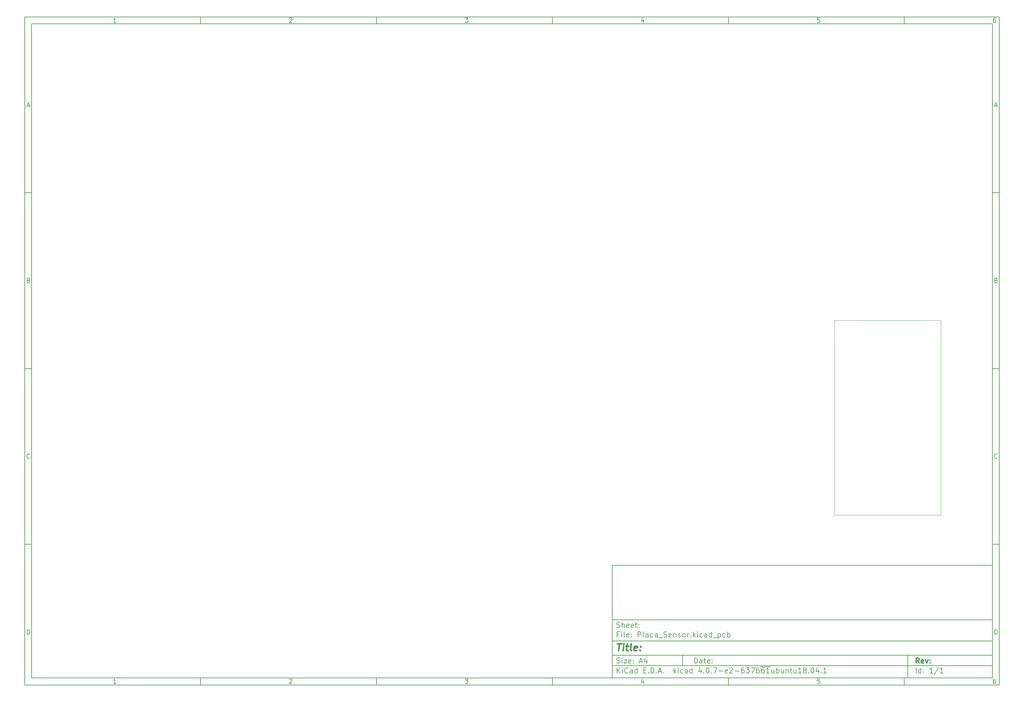
<source format=gbr>
G04 #@! TF.FileFunction,Profile,NP*
%FSLAX46Y46*%
G04 Gerber Fmt 4.6, Leading zero omitted, Abs format (unit mm)*
G04 Created by KiCad (PCBNEW 4.0.7-e2-6376~61~ubuntu18.04.1) date Wed Jul 10 20:30:17 2019*
%MOMM*%
%LPD*%
G01*
G04 APERTURE LIST*
%ADD10C,0.100000*%
%ADD11C,0.150000*%
%ADD12C,0.300000*%
%ADD13C,0.400000*%
G04 APERTURE END LIST*
D10*
D11*
X177002200Y-166007200D02*
X177002200Y-198007200D01*
X285002200Y-198007200D01*
X285002200Y-166007200D01*
X177002200Y-166007200D01*
D10*
D11*
X10000000Y-10000000D02*
X10000000Y-200007200D01*
X287002200Y-200007200D01*
X287002200Y-10000000D01*
X10000000Y-10000000D01*
D10*
D11*
X12000000Y-12000000D02*
X12000000Y-198007200D01*
X285002200Y-198007200D01*
X285002200Y-12000000D01*
X12000000Y-12000000D01*
D10*
D11*
X60000000Y-12000000D02*
X60000000Y-10000000D01*
D10*
D11*
X110000000Y-12000000D02*
X110000000Y-10000000D01*
D10*
D11*
X160000000Y-12000000D02*
X160000000Y-10000000D01*
D10*
D11*
X210000000Y-12000000D02*
X210000000Y-10000000D01*
D10*
D11*
X260000000Y-12000000D02*
X260000000Y-10000000D01*
D10*
D11*
X35990476Y-11588095D02*
X35247619Y-11588095D01*
X35619048Y-11588095D02*
X35619048Y-10288095D01*
X35495238Y-10473810D01*
X35371429Y-10597619D01*
X35247619Y-10659524D01*
D10*
D11*
X85247619Y-10411905D02*
X85309524Y-10350000D01*
X85433333Y-10288095D01*
X85742857Y-10288095D01*
X85866667Y-10350000D01*
X85928571Y-10411905D01*
X85990476Y-10535714D01*
X85990476Y-10659524D01*
X85928571Y-10845238D01*
X85185714Y-11588095D01*
X85990476Y-11588095D01*
D10*
D11*
X135185714Y-10288095D02*
X135990476Y-10288095D01*
X135557143Y-10783333D01*
X135742857Y-10783333D01*
X135866667Y-10845238D01*
X135928571Y-10907143D01*
X135990476Y-11030952D01*
X135990476Y-11340476D01*
X135928571Y-11464286D01*
X135866667Y-11526190D01*
X135742857Y-11588095D01*
X135371429Y-11588095D01*
X135247619Y-11526190D01*
X135185714Y-11464286D01*
D10*
D11*
X185866667Y-10721429D02*
X185866667Y-11588095D01*
X185557143Y-10226190D02*
X185247619Y-11154762D01*
X186052381Y-11154762D01*
D10*
D11*
X235928571Y-10288095D02*
X235309524Y-10288095D01*
X235247619Y-10907143D01*
X235309524Y-10845238D01*
X235433333Y-10783333D01*
X235742857Y-10783333D01*
X235866667Y-10845238D01*
X235928571Y-10907143D01*
X235990476Y-11030952D01*
X235990476Y-11340476D01*
X235928571Y-11464286D01*
X235866667Y-11526190D01*
X235742857Y-11588095D01*
X235433333Y-11588095D01*
X235309524Y-11526190D01*
X235247619Y-11464286D01*
D10*
D11*
X285866667Y-10288095D02*
X285619048Y-10288095D01*
X285495238Y-10350000D01*
X285433333Y-10411905D01*
X285309524Y-10597619D01*
X285247619Y-10845238D01*
X285247619Y-11340476D01*
X285309524Y-11464286D01*
X285371429Y-11526190D01*
X285495238Y-11588095D01*
X285742857Y-11588095D01*
X285866667Y-11526190D01*
X285928571Y-11464286D01*
X285990476Y-11340476D01*
X285990476Y-11030952D01*
X285928571Y-10907143D01*
X285866667Y-10845238D01*
X285742857Y-10783333D01*
X285495238Y-10783333D01*
X285371429Y-10845238D01*
X285309524Y-10907143D01*
X285247619Y-11030952D01*
D10*
D11*
X60000000Y-198007200D02*
X60000000Y-200007200D01*
D10*
D11*
X110000000Y-198007200D02*
X110000000Y-200007200D01*
D10*
D11*
X160000000Y-198007200D02*
X160000000Y-200007200D01*
D10*
D11*
X210000000Y-198007200D02*
X210000000Y-200007200D01*
D10*
D11*
X260000000Y-198007200D02*
X260000000Y-200007200D01*
D10*
D11*
X35990476Y-199595295D02*
X35247619Y-199595295D01*
X35619048Y-199595295D02*
X35619048Y-198295295D01*
X35495238Y-198481010D01*
X35371429Y-198604819D01*
X35247619Y-198666724D01*
D10*
D11*
X85247619Y-198419105D02*
X85309524Y-198357200D01*
X85433333Y-198295295D01*
X85742857Y-198295295D01*
X85866667Y-198357200D01*
X85928571Y-198419105D01*
X85990476Y-198542914D01*
X85990476Y-198666724D01*
X85928571Y-198852438D01*
X85185714Y-199595295D01*
X85990476Y-199595295D01*
D10*
D11*
X135185714Y-198295295D02*
X135990476Y-198295295D01*
X135557143Y-198790533D01*
X135742857Y-198790533D01*
X135866667Y-198852438D01*
X135928571Y-198914343D01*
X135990476Y-199038152D01*
X135990476Y-199347676D01*
X135928571Y-199471486D01*
X135866667Y-199533390D01*
X135742857Y-199595295D01*
X135371429Y-199595295D01*
X135247619Y-199533390D01*
X135185714Y-199471486D01*
D10*
D11*
X185866667Y-198728629D02*
X185866667Y-199595295D01*
X185557143Y-198233390D02*
X185247619Y-199161962D01*
X186052381Y-199161962D01*
D10*
D11*
X235928571Y-198295295D02*
X235309524Y-198295295D01*
X235247619Y-198914343D01*
X235309524Y-198852438D01*
X235433333Y-198790533D01*
X235742857Y-198790533D01*
X235866667Y-198852438D01*
X235928571Y-198914343D01*
X235990476Y-199038152D01*
X235990476Y-199347676D01*
X235928571Y-199471486D01*
X235866667Y-199533390D01*
X235742857Y-199595295D01*
X235433333Y-199595295D01*
X235309524Y-199533390D01*
X235247619Y-199471486D01*
D10*
D11*
X285866667Y-198295295D02*
X285619048Y-198295295D01*
X285495238Y-198357200D01*
X285433333Y-198419105D01*
X285309524Y-198604819D01*
X285247619Y-198852438D01*
X285247619Y-199347676D01*
X285309524Y-199471486D01*
X285371429Y-199533390D01*
X285495238Y-199595295D01*
X285742857Y-199595295D01*
X285866667Y-199533390D01*
X285928571Y-199471486D01*
X285990476Y-199347676D01*
X285990476Y-199038152D01*
X285928571Y-198914343D01*
X285866667Y-198852438D01*
X285742857Y-198790533D01*
X285495238Y-198790533D01*
X285371429Y-198852438D01*
X285309524Y-198914343D01*
X285247619Y-199038152D01*
D10*
D11*
X10000000Y-60000000D02*
X12000000Y-60000000D01*
D10*
D11*
X10000000Y-110000000D02*
X12000000Y-110000000D01*
D10*
D11*
X10000000Y-160000000D02*
X12000000Y-160000000D01*
D10*
D11*
X10690476Y-35216667D02*
X11309524Y-35216667D01*
X10566667Y-35588095D02*
X11000000Y-34288095D01*
X11433333Y-35588095D01*
D10*
D11*
X11092857Y-84907143D02*
X11278571Y-84969048D01*
X11340476Y-85030952D01*
X11402381Y-85154762D01*
X11402381Y-85340476D01*
X11340476Y-85464286D01*
X11278571Y-85526190D01*
X11154762Y-85588095D01*
X10659524Y-85588095D01*
X10659524Y-84288095D01*
X11092857Y-84288095D01*
X11216667Y-84350000D01*
X11278571Y-84411905D01*
X11340476Y-84535714D01*
X11340476Y-84659524D01*
X11278571Y-84783333D01*
X11216667Y-84845238D01*
X11092857Y-84907143D01*
X10659524Y-84907143D01*
D10*
D11*
X11402381Y-135464286D02*
X11340476Y-135526190D01*
X11154762Y-135588095D01*
X11030952Y-135588095D01*
X10845238Y-135526190D01*
X10721429Y-135402381D01*
X10659524Y-135278571D01*
X10597619Y-135030952D01*
X10597619Y-134845238D01*
X10659524Y-134597619D01*
X10721429Y-134473810D01*
X10845238Y-134350000D01*
X11030952Y-134288095D01*
X11154762Y-134288095D01*
X11340476Y-134350000D01*
X11402381Y-134411905D01*
D10*
D11*
X10659524Y-185588095D02*
X10659524Y-184288095D01*
X10969048Y-184288095D01*
X11154762Y-184350000D01*
X11278571Y-184473810D01*
X11340476Y-184597619D01*
X11402381Y-184845238D01*
X11402381Y-185030952D01*
X11340476Y-185278571D01*
X11278571Y-185402381D01*
X11154762Y-185526190D01*
X10969048Y-185588095D01*
X10659524Y-185588095D01*
D10*
D11*
X287002200Y-60000000D02*
X285002200Y-60000000D01*
D10*
D11*
X287002200Y-110000000D02*
X285002200Y-110000000D01*
D10*
D11*
X287002200Y-160000000D02*
X285002200Y-160000000D01*
D10*
D11*
X285692676Y-35216667D02*
X286311724Y-35216667D01*
X285568867Y-35588095D02*
X286002200Y-34288095D01*
X286435533Y-35588095D01*
D10*
D11*
X286095057Y-84907143D02*
X286280771Y-84969048D01*
X286342676Y-85030952D01*
X286404581Y-85154762D01*
X286404581Y-85340476D01*
X286342676Y-85464286D01*
X286280771Y-85526190D01*
X286156962Y-85588095D01*
X285661724Y-85588095D01*
X285661724Y-84288095D01*
X286095057Y-84288095D01*
X286218867Y-84350000D01*
X286280771Y-84411905D01*
X286342676Y-84535714D01*
X286342676Y-84659524D01*
X286280771Y-84783333D01*
X286218867Y-84845238D01*
X286095057Y-84907143D01*
X285661724Y-84907143D01*
D10*
D11*
X286404581Y-135464286D02*
X286342676Y-135526190D01*
X286156962Y-135588095D01*
X286033152Y-135588095D01*
X285847438Y-135526190D01*
X285723629Y-135402381D01*
X285661724Y-135278571D01*
X285599819Y-135030952D01*
X285599819Y-134845238D01*
X285661724Y-134597619D01*
X285723629Y-134473810D01*
X285847438Y-134350000D01*
X286033152Y-134288095D01*
X286156962Y-134288095D01*
X286342676Y-134350000D01*
X286404581Y-134411905D01*
D10*
D11*
X285661724Y-185588095D02*
X285661724Y-184288095D01*
X285971248Y-184288095D01*
X286156962Y-184350000D01*
X286280771Y-184473810D01*
X286342676Y-184597619D01*
X286404581Y-184845238D01*
X286404581Y-185030952D01*
X286342676Y-185278571D01*
X286280771Y-185402381D01*
X286156962Y-185526190D01*
X285971248Y-185588095D01*
X285661724Y-185588095D01*
D10*
D11*
X200359343Y-193785771D02*
X200359343Y-192285771D01*
X200716486Y-192285771D01*
X200930771Y-192357200D01*
X201073629Y-192500057D01*
X201145057Y-192642914D01*
X201216486Y-192928629D01*
X201216486Y-193142914D01*
X201145057Y-193428629D01*
X201073629Y-193571486D01*
X200930771Y-193714343D01*
X200716486Y-193785771D01*
X200359343Y-193785771D01*
X202502200Y-193785771D02*
X202502200Y-193000057D01*
X202430771Y-192857200D01*
X202287914Y-192785771D01*
X202002200Y-192785771D01*
X201859343Y-192857200D01*
X202502200Y-193714343D02*
X202359343Y-193785771D01*
X202002200Y-193785771D01*
X201859343Y-193714343D01*
X201787914Y-193571486D01*
X201787914Y-193428629D01*
X201859343Y-193285771D01*
X202002200Y-193214343D01*
X202359343Y-193214343D01*
X202502200Y-193142914D01*
X203002200Y-192785771D02*
X203573629Y-192785771D01*
X203216486Y-192285771D02*
X203216486Y-193571486D01*
X203287914Y-193714343D01*
X203430772Y-193785771D01*
X203573629Y-193785771D01*
X204645057Y-193714343D02*
X204502200Y-193785771D01*
X204216486Y-193785771D01*
X204073629Y-193714343D01*
X204002200Y-193571486D01*
X204002200Y-193000057D01*
X204073629Y-192857200D01*
X204216486Y-192785771D01*
X204502200Y-192785771D01*
X204645057Y-192857200D01*
X204716486Y-193000057D01*
X204716486Y-193142914D01*
X204002200Y-193285771D01*
X205359343Y-193642914D02*
X205430771Y-193714343D01*
X205359343Y-193785771D01*
X205287914Y-193714343D01*
X205359343Y-193642914D01*
X205359343Y-193785771D01*
X205359343Y-192857200D02*
X205430771Y-192928629D01*
X205359343Y-193000057D01*
X205287914Y-192928629D01*
X205359343Y-192857200D01*
X205359343Y-193000057D01*
D10*
D11*
X177002200Y-194507200D02*
X285002200Y-194507200D01*
D10*
D11*
X178359343Y-196585771D02*
X178359343Y-195085771D01*
X179216486Y-196585771D02*
X178573629Y-195728629D01*
X179216486Y-195085771D02*
X178359343Y-195942914D01*
X179859343Y-196585771D02*
X179859343Y-195585771D01*
X179859343Y-195085771D02*
X179787914Y-195157200D01*
X179859343Y-195228629D01*
X179930771Y-195157200D01*
X179859343Y-195085771D01*
X179859343Y-195228629D01*
X181430772Y-196442914D02*
X181359343Y-196514343D01*
X181145057Y-196585771D01*
X181002200Y-196585771D01*
X180787915Y-196514343D01*
X180645057Y-196371486D01*
X180573629Y-196228629D01*
X180502200Y-195942914D01*
X180502200Y-195728629D01*
X180573629Y-195442914D01*
X180645057Y-195300057D01*
X180787915Y-195157200D01*
X181002200Y-195085771D01*
X181145057Y-195085771D01*
X181359343Y-195157200D01*
X181430772Y-195228629D01*
X182716486Y-196585771D02*
X182716486Y-195800057D01*
X182645057Y-195657200D01*
X182502200Y-195585771D01*
X182216486Y-195585771D01*
X182073629Y-195657200D01*
X182716486Y-196514343D02*
X182573629Y-196585771D01*
X182216486Y-196585771D01*
X182073629Y-196514343D01*
X182002200Y-196371486D01*
X182002200Y-196228629D01*
X182073629Y-196085771D01*
X182216486Y-196014343D01*
X182573629Y-196014343D01*
X182716486Y-195942914D01*
X184073629Y-196585771D02*
X184073629Y-195085771D01*
X184073629Y-196514343D02*
X183930772Y-196585771D01*
X183645058Y-196585771D01*
X183502200Y-196514343D01*
X183430772Y-196442914D01*
X183359343Y-196300057D01*
X183359343Y-195871486D01*
X183430772Y-195728629D01*
X183502200Y-195657200D01*
X183645058Y-195585771D01*
X183930772Y-195585771D01*
X184073629Y-195657200D01*
X185930772Y-195800057D02*
X186430772Y-195800057D01*
X186645058Y-196585771D02*
X185930772Y-196585771D01*
X185930772Y-195085771D01*
X186645058Y-195085771D01*
X187287915Y-196442914D02*
X187359343Y-196514343D01*
X187287915Y-196585771D01*
X187216486Y-196514343D01*
X187287915Y-196442914D01*
X187287915Y-196585771D01*
X188002201Y-196585771D02*
X188002201Y-195085771D01*
X188359344Y-195085771D01*
X188573629Y-195157200D01*
X188716487Y-195300057D01*
X188787915Y-195442914D01*
X188859344Y-195728629D01*
X188859344Y-195942914D01*
X188787915Y-196228629D01*
X188716487Y-196371486D01*
X188573629Y-196514343D01*
X188359344Y-196585771D01*
X188002201Y-196585771D01*
X189502201Y-196442914D02*
X189573629Y-196514343D01*
X189502201Y-196585771D01*
X189430772Y-196514343D01*
X189502201Y-196442914D01*
X189502201Y-196585771D01*
X190145058Y-196157200D02*
X190859344Y-196157200D01*
X190002201Y-196585771D02*
X190502201Y-195085771D01*
X191002201Y-196585771D01*
X191502201Y-196442914D02*
X191573629Y-196514343D01*
X191502201Y-196585771D01*
X191430772Y-196514343D01*
X191502201Y-196442914D01*
X191502201Y-196585771D01*
X194502201Y-196585771D02*
X194502201Y-195085771D01*
X194645058Y-196014343D02*
X195073629Y-196585771D01*
X195073629Y-195585771D02*
X194502201Y-196157200D01*
X195716487Y-196585771D02*
X195716487Y-195585771D01*
X195716487Y-195085771D02*
X195645058Y-195157200D01*
X195716487Y-195228629D01*
X195787915Y-195157200D01*
X195716487Y-195085771D01*
X195716487Y-195228629D01*
X197073630Y-196514343D02*
X196930773Y-196585771D01*
X196645059Y-196585771D01*
X196502201Y-196514343D01*
X196430773Y-196442914D01*
X196359344Y-196300057D01*
X196359344Y-195871486D01*
X196430773Y-195728629D01*
X196502201Y-195657200D01*
X196645059Y-195585771D01*
X196930773Y-195585771D01*
X197073630Y-195657200D01*
X198359344Y-196585771D02*
X198359344Y-195800057D01*
X198287915Y-195657200D01*
X198145058Y-195585771D01*
X197859344Y-195585771D01*
X197716487Y-195657200D01*
X198359344Y-196514343D02*
X198216487Y-196585771D01*
X197859344Y-196585771D01*
X197716487Y-196514343D01*
X197645058Y-196371486D01*
X197645058Y-196228629D01*
X197716487Y-196085771D01*
X197859344Y-196014343D01*
X198216487Y-196014343D01*
X198359344Y-195942914D01*
X199716487Y-196585771D02*
X199716487Y-195085771D01*
X199716487Y-196514343D02*
X199573630Y-196585771D01*
X199287916Y-196585771D01*
X199145058Y-196514343D01*
X199073630Y-196442914D01*
X199002201Y-196300057D01*
X199002201Y-195871486D01*
X199073630Y-195728629D01*
X199145058Y-195657200D01*
X199287916Y-195585771D01*
X199573630Y-195585771D01*
X199716487Y-195657200D01*
X202216487Y-195585771D02*
X202216487Y-196585771D01*
X201859344Y-195014343D02*
X201502201Y-196085771D01*
X202430773Y-196085771D01*
X203002201Y-196442914D02*
X203073629Y-196514343D01*
X203002201Y-196585771D01*
X202930772Y-196514343D01*
X203002201Y-196442914D01*
X203002201Y-196585771D01*
X204002201Y-195085771D02*
X204145058Y-195085771D01*
X204287915Y-195157200D01*
X204359344Y-195228629D01*
X204430773Y-195371486D01*
X204502201Y-195657200D01*
X204502201Y-196014343D01*
X204430773Y-196300057D01*
X204359344Y-196442914D01*
X204287915Y-196514343D01*
X204145058Y-196585771D01*
X204002201Y-196585771D01*
X203859344Y-196514343D01*
X203787915Y-196442914D01*
X203716487Y-196300057D01*
X203645058Y-196014343D01*
X203645058Y-195657200D01*
X203716487Y-195371486D01*
X203787915Y-195228629D01*
X203859344Y-195157200D01*
X204002201Y-195085771D01*
X205145058Y-196442914D02*
X205216486Y-196514343D01*
X205145058Y-196585771D01*
X205073629Y-196514343D01*
X205145058Y-196442914D01*
X205145058Y-196585771D01*
X205716487Y-195085771D02*
X206716487Y-195085771D01*
X206073630Y-196585771D01*
X207287915Y-196014343D02*
X208430772Y-196014343D01*
X209716486Y-196514343D02*
X209573629Y-196585771D01*
X209287915Y-196585771D01*
X209145058Y-196514343D01*
X209073629Y-196371486D01*
X209073629Y-195800057D01*
X209145058Y-195657200D01*
X209287915Y-195585771D01*
X209573629Y-195585771D01*
X209716486Y-195657200D01*
X209787915Y-195800057D01*
X209787915Y-195942914D01*
X209073629Y-196085771D01*
X210359343Y-195228629D02*
X210430772Y-195157200D01*
X210573629Y-195085771D01*
X210930772Y-195085771D01*
X211073629Y-195157200D01*
X211145058Y-195228629D01*
X211216486Y-195371486D01*
X211216486Y-195514343D01*
X211145058Y-195728629D01*
X210287915Y-196585771D01*
X211216486Y-196585771D01*
X211859343Y-196014343D02*
X213002200Y-196014343D01*
X214359343Y-195085771D02*
X214073629Y-195085771D01*
X213930772Y-195157200D01*
X213859343Y-195228629D01*
X213716486Y-195442914D01*
X213645057Y-195728629D01*
X213645057Y-196300057D01*
X213716486Y-196442914D01*
X213787914Y-196514343D01*
X213930772Y-196585771D01*
X214216486Y-196585771D01*
X214359343Y-196514343D01*
X214430772Y-196442914D01*
X214502200Y-196300057D01*
X214502200Y-195942914D01*
X214430772Y-195800057D01*
X214359343Y-195728629D01*
X214216486Y-195657200D01*
X213930772Y-195657200D01*
X213787914Y-195728629D01*
X213716486Y-195800057D01*
X213645057Y-195942914D01*
X215002200Y-195085771D02*
X215930771Y-195085771D01*
X215430771Y-195657200D01*
X215645057Y-195657200D01*
X215787914Y-195728629D01*
X215859343Y-195800057D01*
X215930771Y-195942914D01*
X215930771Y-196300057D01*
X215859343Y-196442914D01*
X215787914Y-196514343D01*
X215645057Y-196585771D01*
X215216485Y-196585771D01*
X215073628Y-196514343D01*
X215002200Y-196442914D01*
X216430771Y-195085771D02*
X217430771Y-195085771D01*
X216787914Y-196585771D01*
X218645056Y-195085771D02*
X218359342Y-195085771D01*
X218216485Y-195157200D01*
X218145056Y-195228629D01*
X218002199Y-195442914D01*
X217930770Y-195728629D01*
X217930770Y-196300057D01*
X218002199Y-196442914D01*
X218073627Y-196514343D01*
X218216485Y-196585771D01*
X218502199Y-196585771D01*
X218645056Y-196514343D01*
X218716485Y-196442914D01*
X218787913Y-196300057D01*
X218787913Y-195942914D01*
X218716485Y-195800057D01*
X218645056Y-195728629D01*
X218502199Y-195657200D01*
X218216485Y-195657200D01*
X218073627Y-195728629D01*
X218002199Y-195800057D01*
X217930770Y-195942914D01*
X220073627Y-195085771D02*
X219787913Y-195085771D01*
X219645056Y-195157200D01*
X219573627Y-195228629D01*
X219430770Y-195442914D01*
X219359341Y-195728629D01*
X219359341Y-196300057D01*
X219430770Y-196442914D01*
X219502198Y-196514343D01*
X219645056Y-196585771D01*
X219930770Y-196585771D01*
X220073627Y-196514343D01*
X220145056Y-196442914D01*
X220216484Y-196300057D01*
X220216484Y-195942914D01*
X220145056Y-195800057D01*
X220073627Y-195728629D01*
X219930770Y-195657200D01*
X219645056Y-195657200D01*
X219502198Y-195728629D01*
X219430770Y-195800057D01*
X219359341Y-195942914D01*
X221645055Y-196585771D02*
X220787912Y-196585771D01*
X221216484Y-196585771D02*
X221216484Y-195085771D01*
X221073627Y-195300057D01*
X220930769Y-195442914D01*
X220787912Y-195514343D01*
X219073627Y-194827200D02*
X221930769Y-194827200D01*
X222930769Y-195585771D02*
X222930769Y-196585771D01*
X222287912Y-195585771D02*
X222287912Y-196371486D01*
X222359340Y-196514343D01*
X222502198Y-196585771D01*
X222716483Y-196585771D01*
X222859340Y-196514343D01*
X222930769Y-196442914D01*
X223645055Y-196585771D02*
X223645055Y-195085771D01*
X223645055Y-195657200D02*
X223787912Y-195585771D01*
X224073626Y-195585771D01*
X224216483Y-195657200D01*
X224287912Y-195728629D01*
X224359341Y-195871486D01*
X224359341Y-196300057D01*
X224287912Y-196442914D01*
X224216483Y-196514343D01*
X224073626Y-196585771D01*
X223787912Y-196585771D01*
X223645055Y-196514343D01*
X225645055Y-195585771D02*
X225645055Y-196585771D01*
X225002198Y-195585771D02*
X225002198Y-196371486D01*
X225073626Y-196514343D01*
X225216484Y-196585771D01*
X225430769Y-196585771D01*
X225573626Y-196514343D01*
X225645055Y-196442914D01*
X226359341Y-195585771D02*
X226359341Y-196585771D01*
X226359341Y-195728629D02*
X226430769Y-195657200D01*
X226573627Y-195585771D01*
X226787912Y-195585771D01*
X226930769Y-195657200D01*
X227002198Y-195800057D01*
X227002198Y-196585771D01*
X227502198Y-195585771D02*
X228073627Y-195585771D01*
X227716484Y-195085771D02*
X227716484Y-196371486D01*
X227787912Y-196514343D01*
X227930770Y-196585771D01*
X228073627Y-196585771D01*
X229216484Y-195585771D02*
X229216484Y-196585771D01*
X228573627Y-195585771D02*
X228573627Y-196371486D01*
X228645055Y-196514343D01*
X228787913Y-196585771D01*
X229002198Y-196585771D01*
X229145055Y-196514343D01*
X229216484Y-196442914D01*
X230716484Y-196585771D02*
X229859341Y-196585771D01*
X230287913Y-196585771D02*
X230287913Y-195085771D01*
X230145056Y-195300057D01*
X230002198Y-195442914D01*
X229859341Y-195514343D01*
X231573627Y-195728629D02*
X231430769Y-195657200D01*
X231359341Y-195585771D01*
X231287912Y-195442914D01*
X231287912Y-195371486D01*
X231359341Y-195228629D01*
X231430769Y-195157200D01*
X231573627Y-195085771D01*
X231859341Y-195085771D01*
X232002198Y-195157200D01*
X232073627Y-195228629D01*
X232145055Y-195371486D01*
X232145055Y-195442914D01*
X232073627Y-195585771D01*
X232002198Y-195657200D01*
X231859341Y-195728629D01*
X231573627Y-195728629D01*
X231430769Y-195800057D01*
X231359341Y-195871486D01*
X231287912Y-196014343D01*
X231287912Y-196300057D01*
X231359341Y-196442914D01*
X231430769Y-196514343D01*
X231573627Y-196585771D01*
X231859341Y-196585771D01*
X232002198Y-196514343D01*
X232073627Y-196442914D01*
X232145055Y-196300057D01*
X232145055Y-196014343D01*
X232073627Y-195871486D01*
X232002198Y-195800057D01*
X231859341Y-195728629D01*
X232787912Y-196442914D02*
X232859340Y-196514343D01*
X232787912Y-196585771D01*
X232716483Y-196514343D01*
X232787912Y-196442914D01*
X232787912Y-196585771D01*
X233787912Y-195085771D02*
X233930769Y-195085771D01*
X234073626Y-195157200D01*
X234145055Y-195228629D01*
X234216484Y-195371486D01*
X234287912Y-195657200D01*
X234287912Y-196014343D01*
X234216484Y-196300057D01*
X234145055Y-196442914D01*
X234073626Y-196514343D01*
X233930769Y-196585771D01*
X233787912Y-196585771D01*
X233645055Y-196514343D01*
X233573626Y-196442914D01*
X233502198Y-196300057D01*
X233430769Y-196014343D01*
X233430769Y-195657200D01*
X233502198Y-195371486D01*
X233573626Y-195228629D01*
X233645055Y-195157200D01*
X233787912Y-195085771D01*
X235573626Y-195585771D02*
X235573626Y-196585771D01*
X235216483Y-195014343D02*
X234859340Y-196085771D01*
X235787912Y-196085771D01*
X236359340Y-196442914D02*
X236430768Y-196514343D01*
X236359340Y-196585771D01*
X236287911Y-196514343D01*
X236359340Y-196442914D01*
X236359340Y-196585771D01*
X237859340Y-196585771D02*
X237002197Y-196585771D01*
X237430769Y-196585771D02*
X237430769Y-195085771D01*
X237287912Y-195300057D01*
X237145054Y-195442914D01*
X237002197Y-195514343D01*
D10*
D11*
X177002200Y-191507200D02*
X285002200Y-191507200D01*
D10*
D12*
X264216486Y-193785771D02*
X263716486Y-193071486D01*
X263359343Y-193785771D02*
X263359343Y-192285771D01*
X263930771Y-192285771D01*
X264073629Y-192357200D01*
X264145057Y-192428629D01*
X264216486Y-192571486D01*
X264216486Y-192785771D01*
X264145057Y-192928629D01*
X264073629Y-193000057D01*
X263930771Y-193071486D01*
X263359343Y-193071486D01*
X265430771Y-193714343D02*
X265287914Y-193785771D01*
X265002200Y-193785771D01*
X264859343Y-193714343D01*
X264787914Y-193571486D01*
X264787914Y-193000057D01*
X264859343Y-192857200D01*
X265002200Y-192785771D01*
X265287914Y-192785771D01*
X265430771Y-192857200D01*
X265502200Y-193000057D01*
X265502200Y-193142914D01*
X264787914Y-193285771D01*
X266002200Y-192785771D02*
X266359343Y-193785771D01*
X266716485Y-192785771D01*
X267287914Y-193642914D02*
X267359342Y-193714343D01*
X267287914Y-193785771D01*
X267216485Y-193714343D01*
X267287914Y-193642914D01*
X267287914Y-193785771D01*
X267287914Y-192857200D02*
X267359342Y-192928629D01*
X267287914Y-193000057D01*
X267216485Y-192928629D01*
X267287914Y-192857200D01*
X267287914Y-193000057D01*
D10*
D11*
X178287914Y-193714343D02*
X178502200Y-193785771D01*
X178859343Y-193785771D01*
X179002200Y-193714343D01*
X179073629Y-193642914D01*
X179145057Y-193500057D01*
X179145057Y-193357200D01*
X179073629Y-193214343D01*
X179002200Y-193142914D01*
X178859343Y-193071486D01*
X178573629Y-193000057D01*
X178430771Y-192928629D01*
X178359343Y-192857200D01*
X178287914Y-192714343D01*
X178287914Y-192571486D01*
X178359343Y-192428629D01*
X178430771Y-192357200D01*
X178573629Y-192285771D01*
X178930771Y-192285771D01*
X179145057Y-192357200D01*
X179787914Y-193785771D02*
X179787914Y-192785771D01*
X179787914Y-192285771D02*
X179716485Y-192357200D01*
X179787914Y-192428629D01*
X179859342Y-192357200D01*
X179787914Y-192285771D01*
X179787914Y-192428629D01*
X180359343Y-192785771D02*
X181145057Y-192785771D01*
X180359343Y-193785771D01*
X181145057Y-193785771D01*
X182287914Y-193714343D02*
X182145057Y-193785771D01*
X181859343Y-193785771D01*
X181716486Y-193714343D01*
X181645057Y-193571486D01*
X181645057Y-193000057D01*
X181716486Y-192857200D01*
X181859343Y-192785771D01*
X182145057Y-192785771D01*
X182287914Y-192857200D01*
X182359343Y-193000057D01*
X182359343Y-193142914D01*
X181645057Y-193285771D01*
X183002200Y-193642914D02*
X183073628Y-193714343D01*
X183002200Y-193785771D01*
X182930771Y-193714343D01*
X183002200Y-193642914D01*
X183002200Y-193785771D01*
X183002200Y-192857200D02*
X183073628Y-192928629D01*
X183002200Y-193000057D01*
X182930771Y-192928629D01*
X183002200Y-192857200D01*
X183002200Y-193000057D01*
X184787914Y-193357200D02*
X185502200Y-193357200D01*
X184645057Y-193785771D02*
X185145057Y-192285771D01*
X185645057Y-193785771D01*
X186787914Y-192785771D02*
X186787914Y-193785771D01*
X186430771Y-192214343D02*
X186073628Y-193285771D01*
X187002200Y-193285771D01*
D10*
D11*
X263359343Y-196585771D02*
X263359343Y-195085771D01*
X264716486Y-196585771D02*
X264716486Y-195085771D01*
X264716486Y-196514343D02*
X264573629Y-196585771D01*
X264287915Y-196585771D01*
X264145057Y-196514343D01*
X264073629Y-196442914D01*
X264002200Y-196300057D01*
X264002200Y-195871486D01*
X264073629Y-195728629D01*
X264145057Y-195657200D01*
X264287915Y-195585771D01*
X264573629Y-195585771D01*
X264716486Y-195657200D01*
X265430772Y-196442914D02*
X265502200Y-196514343D01*
X265430772Y-196585771D01*
X265359343Y-196514343D01*
X265430772Y-196442914D01*
X265430772Y-196585771D01*
X265430772Y-195657200D02*
X265502200Y-195728629D01*
X265430772Y-195800057D01*
X265359343Y-195728629D01*
X265430772Y-195657200D01*
X265430772Y-195800057D01*
X268073629Y-196585771D02*
X267216486Y-196585771D01*
X267645058Y-196585771D02*
X267645058Y-195085771D01*
X267502201Y-195300057D01*
X267359343Y-195442914D01*
X267216486Y-195514343D01*
X269787914Y-195014343D02*
X268502200Y-196942914D01*
X271073629Y-196585771D02*
X270216486Y-196585771D01*
X270645058Y-196585771D02*
X270645058Y-195085771D01*
X270502201Y-195300057D01*
X270359343Y-195442914D01*
X270216486Y-195514343D01*
D10*
D11*
X177002200Y-187507200D02*
X285002200Y-187507200D01*
D10*
D13*
X178454581Y-188211962D02*
X179597438Y-188211962D01*
X178776010Y-190211962D02*
X179026010Y-188211962D01*
X180014105Y-190211962D02*
X180180771Y-188878629D01*
X180264105Y-188211962D02*
X180156962Y-188307200D01*
X180240295Y-188402438D01*
X180347439Y-188307200D01*
X180264105Y-188211962D01*
X180240295Y-188402438D01*
X180847438Y-188878629D02*
X181609343Y-188878629D01*
X181216486Y-188211962D02*
X181002200Y-189926248D01*
X181073630Y-190116724D01*
X181252201Y-190211962D01*
X181442677Y-190211962D01*
X182395058Y-190211962D02*
X182216487Y-190116724D01*
X182145057Y-189926248D01*
X182359343Y-188211962D01*
X183930772Y-190116724D02*
X183728391Y-190211962D01*
X183347439Y-190211962D01*
X183168867Y-190116724D01*
X183097438Y-189926248D01*
X183192676Y-189164343D01*
X183311724Y-188973867D01*
X183514105Y-188878629D01*
X183895057Y-188878629D01*
X184073629Y-188973867D01*
X184145057Y-189164343D01*
X184121248Y-189354819D01*
X183145057Y-189545295D01*
X184895057Y-190021486D02*
X184978392Y-190116724D01*
X184871248Y-190211962D01*
X184787915Y-190116724D01*
X184895057Y-190021486D01*
X184871248Y-190211962D01*
X185026010Y-188973867D02*
X185109344Y-189069105D01*
X185002200Y-189164343D01*
X184918867Y-189069105D01*
X185026010Y-188973867D01*
X185002200Y-189164343D01*
D10*
D11*
X178859343Y-185600057D02*
X178359343Y-185600057D01*
X178359343Y-186385771D02*
X178359343Y-184885771D01*
X179073629Y-184885771D01*
X179645057Y-186385771D02*
X179645057Y-185385771D01*
X179645057Y-184885771D02*
X179573628Y-184957200D01*
X179645057Y-185028629D01*
X179716485Y-184957200D01*
X179645057Y-184885771D01*
X179645057Y-185028629D01*
X180573629Y-186385771D02*
X180430771Y-186314343D01*
X180359343Y-186171486D01*
X180359343Y-184885771D01*
X181716485Y-186314343D02*
X181573628Y-186385771D01*
X181287914Y-186385771D01*
X181145057Y-186314343D01*
X181073628Y-186171486D01*
X181073628Y-185600057D01*
X181145057Y-185457200D01*
X181287914Y-185385771D01*
X181573628Y-185385771D01*
X181716485Y-185457200D01*
X181787914Y-185600057D01*
X181787914Y-185742914D01*
X181073628Y-185885771D01*
X182430771Y-186242914D02*
X182502199Y-186314343D01*
X182430771Y-186385771D01*
X182359342Y-186314343D01*
X182430771Y-186242914D01*
X182430771Y-186385771D01*
X182430771Y-185457200D02*
X182502199Y-185528629D01*
X182430771Y-185600057D01*
X182359342Y-185528629D01*
X182430771Y-185457200D01*
X182430771Y-185600057D01*
X184287914Y-186385771D02*
X184287914Y-184885771D01*
X184859342Y-184885771D01*
X185002200Y-184957200D01*
X185073628Y-185028629D01*
X185145057Y-185171486D01*
X185145057Y-185385771D01*
X185073628Y-185528629D01*
X185002200Y-185600057D01*
X184859342Y-185671486D01*
X184287914Y-185671486D01*
X186002200Y-186385771D02*
X185859342Y-186314343D01*
X185787914Y-186171486D01*
X185787914Y-184885771D01*
X187216485Y-186385771D02*
X187216485Y-185600057D01*
X187145056Y-185457200D01*
X187002199Y-185385771D01*
X186716485Y-185385771D01*
X186573628Y-185457200D01*
X187216485Y-186314343D02*
X187073628Y-186385771D01*
X186716485Y-186385771D01*
X186573628Y-186314343D01*
X186502199Y-186171486D01*
X186502199Y-186028629D01*
X186573628Y-185885771D01*
X186716485Y-185814343D01*
X187073628Y-185814343D01*
X187216485Y-185742914D01*
X188573628Y-186314343D02*
X188430771Y-186385771D01*
X188145057Y-186385771D01*
X188002199Y-186314343D01*
X187930771Y-186242914D01*
X187859342Y-186100057D01*
X187859342Y-185671486D01*
X187930771Y-185528629D01*
X188002199Y-185457200D01*
X188145057Y-185385771D01*
X188430771Y-185385771D01*
X188573628Y-185457200D01*
X189859342Y-186385771D02*
X189859342Y-185600057D01*
X189787913Y-185457200D01*
X189645056Y-185385771D01*
X189359342Y-185385771D01*
X189216485Y-185457200D01*
X189859342Y-186314343D02*
X189716485Y-186385771D01*
X189359342Y-186385771D01*
X189216485Y-186314343D01*
X189145056Y-186171486D01*
X189145056Y-186028629D01*
X189216485Y-185885771D01*
X189359342Y-185814343D01*
X189716485Y-185814343D01*
X189859342Y-185742914D01*
X190216485Y-186528629D02*
X191359342Y-186528629D01*
X191645056Y-186314343D02*
X191859342Y-186385771D01*
X192216485Y-186385771D01*
X192359342Y-186314343D01*
X192430771Y-186242914D01*
X192502199Y-186100057D01*
X192502199Y-185957200D01*
X192430771Y-185814343D01*
X192359342Y-185742914D01*
X192216485Y-185671486D01*
X191930771Y-185600057D01*
X191787913Y-185528629D01*
X191716485Y-185457200D01*
X191645056Y-185314343D01*
X191645056Y-185171486D01*
X191716485Y-185028629D01*
X191787913Y-184957200D01*
X191930771Y-184885771D01*
X192287913Y-184885771D01*
X192502199Y-184957200D01*
X193716484Y-186314343D02*
X193573627Y-186385771D01*
X193287913Y-186385771D01*
X193145056Y-186314343D01*
X193073627Y-186171486D01*
X193073627Y-185600057D01*
X193145056Y-185457200D01*
X193287913Y-185385771D01*
X193573627Y-185385771D01*
X193716484Y-185457200D01*
X193787913Y-185600057D01*
X193787913Y-185742914D01*
X193073627Y-185885771D01*
X194430770Y-185385771D02*
X194430770Y-186385771D01*
X194430770Y-185528629D02*
X194502198Y-185457200D01*
X194645056Y-185385771D01*
X194859341Y-185385771D01*
X195002198Y-185457200D01*
X195073627Y-185600057D01*
X195073627Y-186385771D01*
X195716484Y-186314343D02*
X195859341Y-186385771D01*
X196145056Y-186385771D01*
X196287913Y-186314343D01*
X196359341Y-186171486D01*
X196359341Y-186100057D01*
X196287913Y-185957200D01*
X196145056Y-185885771D01*
X195930770Y-185885771D01*
X195787913Y-185814343D01*
X195716484Y-185671486D01*
X195716484Y-185600057D01*
X195787913Y-185457200D01*
X195930770Y-185385771D01*
X196145056Y-185385771D01*
X196287913Y-185457200D01*
X197216485Y-186385771D02*
X197073627Y-186314343D01*
X197002199Y-186242914D01*
X196930770Y-186100057D01*
X196930770Y-185671486D01*
X197002199Y-185528629D01*
X197073627Y-185457200D01*
X197216485Y-185385771D01*
X197430770Y-185385771D01*
X197573627Y-185457200D01*
X197645056Y-185528629D01*
X197716485Y-185671486D01*
X197716485Y-186100057D01*
X197645056Y-186242914D01*
X197573627Y-186314343D01*
X197430770Y-186385771D01*
X197216485Y-186385771D01*
X198359342Y-186385771D02*
X198359342Y-185385771D01*
X198359342Y-185671486D02*
X198430770Y-185528629D01*
X198502199Y-185457200D01*
X198645056Y-185385771D01*
X198787913Y-185385771D01*
X199287913Y-186242914D02*
X199359341Y-186314343D01*
X199287913Y-186385771D01*
X199216484Y-186314343D01*
X199287913Y-186242914D01*
X199287913Y-186385771D01*
X200002199Y-186385771D02*
X200002199Y-184885771D01*
X200145056Y-185814343D02*
X200573627Y-186385771D01*
X200573627Y-185385771D02*
X200002199Y-185957200D01*
X201216485Y-186385771D02*
X201216485Y-185385771D01*
X201216485Y-184885771D02*
X201145056Y-184957200D01*
X201216485Y-185028629D01*
X201287913Y-184957200D01*
X201216485Y-184885771D01*
X201216485Y-185028629D01*
X202573628Y-186314343D02*
X202430771Y-186385771D01*
X202145057Y-186385771D01*
X202002199Y-186314343D01*
X201930771Y-186242914D01*
X201859342Y-186100057D01*
X201859342Y-185671486D01*
X201930771Y-185528629D01*
X202002199Y-185457200D01*
X202145057Y-185385771D01*
X202430771Y-185385771D01*
X202573628Y-185457200D01*
X203859342Y-186385771D02*
X203859342Y-185600057D01*
X203787913Y-185457200D01*
X203645056Y-185385771D01*
X203359342Y-185385771D01*
X203216485Y-185457200D01*
X203859342Y-186314343D02*
X203716485Y-186385771D01*
X203359342Y-186385771D01*
X203216485Y-186314343D01*
X203145056Y-186171486D01*
X203145056Y-186028629D01*
X203216485Y-185885771D01*
X203359342Y-185814343D01*
X203716485Y-185814343D01*
X203859342Y-185742914D01*
X205216485Y-186385771D02*
X205216485Y-184885771D01*
X205216485Y-186314343D02*
X205073628Y-186385771D01*
X204787914Y-186385771D01*
X204645056Y-186314343D01*
X204573628Y-186242914D01*
X204502199Y-186100057D01*
X204502199Y-185671486D01*
X204573628Y-185528629D01*
X204645056Y-185457200D01*
X204787914Y-185385771D01*
X205073628Y-185385771D01*
X205216485Y-185457200D01*
X205573628Y-186528629D02*
X206716485Y-186528629D01*
X207073628Y-185385771D02*
X207073628Y-186885771D01*
X207073628Y-185457200D02*
X207216485Y-185385771D01*
X207502199Y-185385771D01*
X207645056Y-185457200D01*
X207716485Y-185528629D01*
X207787914Y-185671486D01*
X207787914Y-186100057D01*
X207716485Y-186242914D01*
X207645056Y-186314343D01*
X207502199Y-186385771D01*
X207216485Y-186385771D01*
X207073628Y-186314343D01*
X209073628Y-186314343D02*
X208930771Y-186385771D01*
X208645057Y-186385771D01*
X208502199Y-186314343D01*
X208430771Y-186242914D01*
X208359342Y-186100057D01*
X208359342Y-185671486D01*
X208430771Y-185528629D01*
X208502199Y-185457200D01*
X208645057Y-185385771D01*
X208930771Y-185385771D01*
X209073628Y-185457200D01*
X209716485Y-186385771D02*
X209716485Y-184885771D01*
X209716485Y-185457200D02*
X209859342Y-185385771D01*
X210145056Y-185385771D01*
X210287913Y-185457200D01*
X210359342Y-185528629D01*
X210430771Y-185671486D01*
X210430771Y-186100057D01*
X210359342Y-186242914D01*
X210287913Y-186314343D01*
X210145056Y-186385771D01*
X209859342Y-186385771D01*
X209716485Y-186314343D01*
D10*
D11*
X177002200Y-181507200D02*
X285002200Y-181507200D01*
D10*
D11*
X178287914Y-183614343D02*
X178502200Y-183685771D01*
X178859343Y-183685771D01*
X179002200Y-183614343D01*
X179073629Y-183542914D01*
X179145057Y-183400057D01*
X179145057Y-183257200D01*
X179073629Y-183114343D01*
X179002200Y-183042914D01*
X178859343Y-182971486D01*
X178573629Y-182900057D01*
X178430771Y-182828629D01*
X178359343Y-182757200D01*
X178287914Y-182614343D01*
X178287914Y-182471486D01*
X178359343Y-182328629D01*
X178430771Y-182257200D01*
X178573629Y-182185771D01*
X178930771Y-182185771D01*
X179145057Y-182257200D01*
X179787914Y-183685771D02*
X179787914Y-182185771D01*
X180430771Y-183685771D02*
X180430771Y-182900057D01*
X180359342Y-182757200D01*
X180216485Y-182685771D01*
X180002200Y-182685771D01*
X179859342Y-182757200D01*
X179787914Y-182828629D01*
X181716485Y-183614343D02*
X181573628Y-183685771D01*
X181287914Y-183685771D01*
X181145057Y-183614343D01*
X181073628Y-183471486D01*
X181073628Y-182900057D01*
X181145057Y-182757200D01*
X181287914Y-182685771D01*
X181573628Y-182685771D01*
X181716485Y-182757200D01*
X181787914Y-182900057D01*
X181787914Y-183042914D01*
X181073628Y-183185771D01*
X183002199Y-183614343D02*
X182859342Y-183685771D01*
X182573628Y-183685771D01*
X182430771Y-183614343D01*
X182359342Y-183471486D01*
X182359342Y-182900057D01*
X182430771Y-182757200D01*
X182573628Y-182685771D01*
X182859342Y-182685771D01*
X183002199Y-182757200D01*
X183073628Y-182900057D01*
X183073628Y-183042914D01*
X182359342Y-183185771D01*
X183502199Y-182685771D02*
X184073628Y-182685771D01*
X183716485Y-182185771D02*
X183716485Y-183471486D01*
X183787913Y-183614343D01*
X183930771Y-183685771D01*
X184073628Y-183685771D01*
X184573628Y-183542914D02*
X184645056Y-183614343D01*
X184573628Y-183685771D01*
X184502199Y-183614343D01*
X184573628Y-183542914D01*
X184573628Y-183685771D01*
X184573628Y-182757200D02*
X184645056Y-182828629D01*
X184573628Y-182900057D01*
X184502199Y-182828629D01*
X184573628Y-182757200D01*
X184573628Y-182900057D01*
D10*
D11*
X197002200Y-191507200D02*
X197002200Y-194507200D01*
D10*
D11*
X261002200Y-191507200D02*
X261002200Y-198007200D01*
D10*
X240116360Y-96337120D02*
X240060480Y-96337120D01*
X240116360Y-151658320D02*
X240116360Y-96337120D01*
X270347440Y-151658320D02*
X240116360Y-151658320D01*
X270347440Y-96281240D02*
X270347440Y-151658320D01*
X240172240Y-96281240D02*
X270347440Y-96281240D01*
X240045240Y-96266000D02*
X260619240Y-96266000D01*
M02*

</source>
